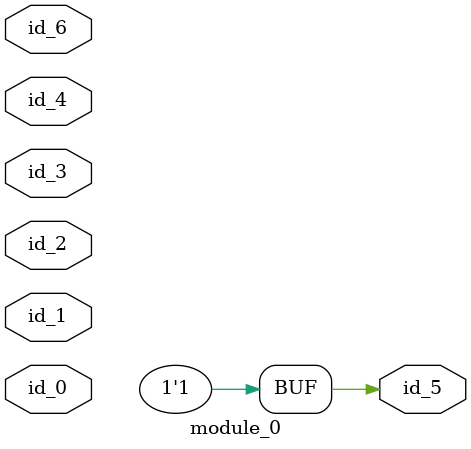
<source format=v>
module module_0 (
    input  id_0,
    input  id_1,
    input  id_2,
    input  id_3
    , id_6,
    input  id_4,
    output id_5
);
  assign id_5 = 1;
endmodule

</source>
